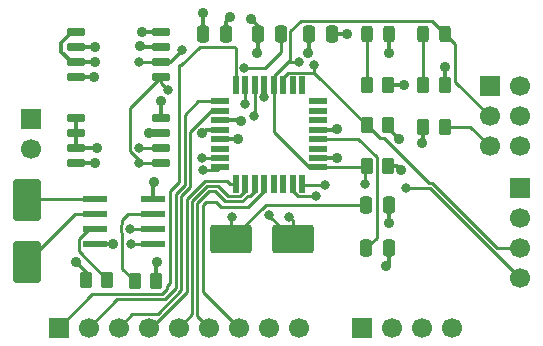
<source format=gtl>
%TF.GenerationSoftware,KiCad,Pcbnew,9.0.5*%
%TF.CreationDate,2025-10-31T12:22:53+09:00*%
%TF.ProjectId,MCU_Datalogger,4d43555f-4461-4746-916c-6f676765722e,1*%
%TF.SameCoordinates,Original*%
%TF.FileFunction,Copper,L1,Top*%
%TF.FilePolarity,Positive*%
%FSLAX46Y46*%
G04 Gerber Fmt 4.6, Leading zero omitted, Abs format (unit mm)*
G04 Created by KiCad (PCBNEW 9.0.5) date 2025-10-31 12:22:53*
%MOMM*%
%LPD*%
G01*
G04 APERTURE LIST*
G04 Aperture macros list*
%AMRoundRect*
0 Rectangle with rounded corners*
0 $1 Rounding radius*
0 $2 $3 $4 $5 $6 $7 $8 $9 X,Y pos of 4 corners*
0 Add a 4 corners polygon primitive as box body*
4,1,4,$2,$3,$4,$5,$6,$7,$8,$9,$2,$3,0*
0 Add four circle primitives for the rounded corners*
1,1,$1+$1,$2,$3*
1,1,$1+$1,$4,$5*
1,1,$1+$1,$6,$7*
1,1,$1+$1,$8,$9*
0 Add four rect primitives between the rounded corners*
20,1,$1+$1,$2,$3,$4,$5,0*
20,1,$1+$1,$4,$5,$6,$7,0*
20,1,$1+$1,$6,$7,$8,$9,0*
20,1,$1+$1,$8,$9,$2,$3,0*%
G04 Aperture macros list end*
%TA.AperFunction,ComponentPad*%
%ADD10R,1.700000X1.700000*%
%TD*%
%TA.AperFunction,ComponentPad*%
%ADD11C,1.700000*%
%TD*%
%TA.AperFunction,SMDPad,CuDef*%
%ADD12RoundRect,0.073750X-0.911250X-0.221250X0.911250X-0.221250X0.911250X0.221250X-0.911250X0.221250X0*%
%TD*%
%TA.AperFunction,SMDPad,CuDef*%
%ADD13RoundRect,0.250000X-0.262500X-0.450000X0.262500X-0.450000X0.262500X0.450000X-0.262500X0.450000X0*%
%TD*%
%TA.AperFunction,SMDPad,CuDef*%
%ADD14RoundRect,0.243750X-0.243750X-0.456250X0.243750X-0.456250X0.243750X0.456250X-0.243750X0.456250X0*%
%TD*%
%TA.AperFunction,SMDPad,CuDef*%
%ADD15RoundRect,0.150000X-0.650000X-0.150000X0.650000X-0.150000X0.650000X0.150000X-0.650000X0.150000X0*%
%TD*%
%TA.AperFunction,SMDPad,CuDef*%
%ADD16RoundRect,0.250000X-0.250000X-0.475000X0.250000X-0.475000X0.250000X0.475000X-0.250000X0.475000X0*%
%TD*%
%TA.AperFunction,SMDPad,CuDef*%
%ADD17RoundRect,0.250000X0.250000X0.475000X-0.250000X0.475000X-0.250000X-0.475000X0.250000X-0.475000X0*%
%TD*%
%TA.AperFunction,SMDPad,CuDef*%
%ADD18RoundRect,0.250000X0.262500X0.450000X-0.262500X0.450000X-0.262500X-0.450000X0.262500X-0.450000X0*%
%TD*%
%TA.AperFunction,SMDPad,CuDef*%
%ADD19RoundRect,0.250001X1.499999X0.949999X-1.499999X0.949999X-1.499999X-0.949999X1.499999X-0.949999X0*%
%TD*%
%TA.AperFunction,SMDPad,CuDef*%
%ADD20RoundRect,0.250001X0.949999X-1.499999X0.949999X1.499999X-0.949999X1.499999X-0.949999X-1.499999X0*%
%TD*%
%TA.AperFunction,SMDPad,CuDef*%
%ADD21RoundRect,0.068750X-0.666250X-0.206250X0.666250X-0.206250X0.666250X0.206250X-0.666250X0.206250X0*%
%TD*%
%TA.AperFunction,SMDPad,CuDef*%
%ADD22RoundRect,0.068750X-0.206250X-0.666250X0.206250X-0.666250X0.206250X0.666250X-0.206250X0.666250X0*%
%TD*%
%TA.AperFunction,ViaPad*%
%ADD23C,0.900000*%
%TD*%
%TA.AperFunction,ViaPad*%
%ADD24C,0.800000*%
%TD*%
%TA.AperFunction,Conductor*%
%ADD25C,0.350000*%
%TD*%
%TA.AperFunction,Conductor*%
%ADD26C,0.250000*%
%TD*%
G04 APERTURE END LIST*
D10*
%TO.P,J3,1,Pin_1*%
%TO.N,GND*%
X169607000Y-86995000D03*
D11*
%TO.P,J3,2,Pin_2*%
%TO.N,/VCC*%
X172147000Y-86995000D03*
%TO.P,J3,3,Pin_3*%
%TO.N,/RX*%
X174687000Y-86995000D03*
%TO.P,J3,4,Pin_4*%
%TO.N,/TX*%
X177227000Y-86995000D03*
%TD*%
D12*
%TO.P,U2,1,X1*%
%TO.N,Net-(U2-X1)*%
X147004000Y-76073000D03*
%TO.P,U2,2,X2*%
%TO.N,Net-(U2-X2)*%
X147004000Y-77343000D03*
%TO.P,U2,3,~{INTA}*%
%TO.N,Net-(U2-~{INTA})*%
X147004000Y-78613000D03*
%TO.P,U2,4,GND*%
%TO.N,GND*%
X147004000Y-79883000D03*
%TO.P,U2,5,SDA*%
%TO.N,/SDA*%
X151954000Y-79883000D03*
%TO.P,U2,6,SCL*%
%TO.N,/SCK*%
X151954000Y-78613000D03*
%TO.P,U2,7,SQW/~INT*%
%TO.N,Net-(U2-SQW{slash}~INT)*%
X151954000Y-77343000D03*
%TO.P,U2,8,VCC*%
%TO.N,/VCC*%
X151954000Y-76073000D03*
%TD*%
D13*
%TO.P,R7,1*%
%TO.N,Net-(D2-K)*%
X170054000Y-66421000D03*
%TO.P,R7,2*%
%TO.N,GND*%
X171879000Y-66421000D03*
%TD*%
D10*
%TO.P,BAT1,1*%
%TO.N,/VCC*%
X141605000Y-69337000D03*
D11*
%TO.P,BAT1,2*%
%TO.N,GND*%
X141605000Y-71877000D03*
%TD*%
D14*
%TO.P,D2,1,K*%
%TO.N,Net-(D2-K)*%
X170049000Y-62103000D03*
%TO.P,D2,2,A*%
%TO.N,/VCC*%
X171924000Y-62103000D03*
%TD*%
D15*
%TO.P,U1,1,A0*%
%TO.N,/VCC*%
X145424000Y-69215000D03*
%TO.P,U1,2,A1*%
X145424000Y-70485000D03*
%TO.P,U1,3,A2*%
X145424000Y-71755000D03*
%TO.P,U1,4,GND*%
%TO.N,GND*%
X145424000Y-73025000D03*
%TO.P,U1,5,SDA*%
%TO.N,/SDA*%
X152624000Y-73025000D03*
%TO.P,U1,6,SCL*%
%TO.N,/SCK*%
X152624000Y-71755000D03*
%TO.P,U1,7,WP*%
%TO.N,GND*%
X152624000Y-70485000D03*
%TO.P,U1,8,VCC*%
%TO.N,/VCC*%
X152624000Y-69215000D03*
%TD*%
D16*
%TO.P,C1,1*%
%TO.N,/VCC*%
X156211000Y-62088000D03*
%TO.P,C1,2*%
%TO.N,GND*%
X158111000Y-62088000D03*
%TD*%
D17*
%TO.P,C2,1*%
%TO.N,GND*%
X171916500Y-76581000D03*
%TO.P,C2,2*%
%TO.N,Net-(U4-PB6)*%
X170016500Y-76581000D03*
%TD*%
D10*
%TO.P,J4,1,Pin_1*%
%TO.N,/MISO*%
X180457000Y-66548000D03*
D11*
%TO.P,J4,2,Pin_2*%
%TO.N,/VCC*%
X182997000Y-66548000D03*
%TO.P,J4,3,Pin_3*%
%TO.N,/SCK*%
X180457000Y-69088000D03*
%TO.P,J4,4,Pin_4*%
%TO.N,/MOSI*%
X182997000Y-69088000D03*
%TO.P,J4,5,Pin_5*%
%TO.N,/RESET*%
X180457000Y-71628000D03*
%TO.P,J4,6,Pin_6*%
%TO.N,GND*%
X182997000Y-71628000D03*
%TD*%
D18*
%TO.P,R4,1*%
%TO.N,/VCC*%
X171879000Y-69850000D03*
%TO.P,R4,2*%
%TO.N,/SDA*%
X170054000Y-69850000D03*
%TD*%
D19*
%TO.P,Y2,1,1*%
%TO.N,Net-(U4-PB7)*%
X163763000Y-79502000D03*
%TO.P,Y2,2,2*%
%TO.N,Net-(U4-PB6)*%
X158563000Y-79502000D03*
%TD*%
D16*
%TO.P,C3,1*%
%TO.N,GND*%
X160849000Y-62088000D03*
%TO.P,C3,2*%
%TO.N,Net-(U4-PB7)*%
X162749000Y-62088000D03*
%TD*%
D10*
%TO.P,J1,1,Pin_1*%
%TO.N,GND*%
X183007000Y-75184000D03*
D11*
%TO.P,J1,2,Pin_2*%
%TO.N,/VCC*%
X183007000Y-77724000D03*
%TO.P,J1,3,Pin_3*%
%TO.N,/SDA*%
X183007000Y-80264000D03*
%TO.P,J1,4,Pin_4*%
%TO.N,/SCK*%
X183007000Y-82804000D03*
%TD*%
D17*
%TO.P,C4,1*%
%TO.N,GND*%
X171916500Y-80264000D03*
%TO.P,C4,2*%
%TO.N,Net-(U4-AREF)*%
X170016500Y-80264000D03*
%TD*%
D16*
%TO.P,C5,1*%
%TO.N,/VCC*%
X165167000Y-62088000D03*
%TO.P,C5,2*%
%TO.N,GND*%
X167067000Y-62088000D03*
%TD*%
D15*
%TO.P,U3,1,A0*%
%TO.N,/VCC*%
X145424000Y-61976000D03*
%TO.P,U3,2,A1*%
%TO.N,GND*%
X145424000Y-63246000D03*
%TO.P,U3,3,A2*%
%TO.N,/VCC*%
X145424000Y-64516000D03*
%TO.P,U3,4,GND*%
%TO.N,GND*%
X145424000Y-65786000D03*
%TO.P,U3,5,SDA*%
%TO.N,/SDA*%
X152624000Y-65786000D03*
%TO.P,U3,6,SCL*%
%TO.N,/SCK*%
X152624000Y-64516000D03*
%TO.P,U3,7,WP*%
%TO.N,GND*%
X152624000Y-63246000D03*
%TO.P,U3,8,VCC*%
%TO.N,/VCC*%
X152624000Y-61976000D03*
%TD*%
D10*
%TO.P,J2,1,Pin_1*%
%TO.N,/D2*%
X143953000Y-86995000D03*
D11*
%TO.P,J2,2,Pin_2*%
%TO.N,/D3*%
X146493000Y-86995000D03*
%TO.P,J2,3,Pin_3*%
%TO.N,/D4*%
X149033000Y-86995000D03*
%TO.P,J2,4,Pin_4*%
%TO.N,/D5*%
X151573000Y-86995000D03*
%TO.P,J2,5,Pin_5*%
%TO.N,/D6*%
X154113000Y-86995000D03*
%TO.P,J2,6,Pin_6*%
%TO.N,/D7*%
X156653000Y-86995000D03*
%TO.P,J2,7,Pin_7*%
%TO.N,/D8*%
X159193000Y-86995000D03*
%TO.P,J2,8,Pin_8*%
%TO.N,GND*%
X161733000Y-86995000D03*
%TO.P,J2,9,Pin_9*%
%TO.N,/VCC*%
X164273000Y-86995000D03*
%TD*%
D14*
%TO.P,D1,1,K*%
%TO.N,Net-(D1-K)*%
X174827000Y-62103000D03*
%TO.P,D1,2,A*%
%TO.N,/SCK*%
X176702000Y-62103000D03*
%TD*%
D20*
%TO.P,Y1,1,1*%
%TO.N,Net-(U2-X2)*%
X141286000Y-81407000D03*
%TO.P,Y1,2,2*%
%TO.N,Net-(U2-X1)*%
X141286000Y-76207000D03*
%TD*%
D13*
%TO.P,R6,1*%
%TO.N,/VCC*%
X174832000Y-69977000D03*
%TO.P,R6,2*%
%TO.N,/RESET*%
X176657000Y-69977000D03*
%TD*%
%TO.P,R1,1*%
%TO.N,/VCC*%
X146239000Y-82931000D03*
%TO.P,R1,2*%
%TO.N,Net-(U2-~{INTA})*%
X148064000Y-82931000D03*
%TD*%
D18*
%TO.P,R2,1*%
%TO.N,/VCC*%
X152208000Y-83058000D03*
%TO.P,R2,2*%
%TO.N,Net-(U2-SQW{slash}~INT)*%
X150383000Y-83058000D03*
%TD*%
%TO.P,R3,1*%
%TO.N,/VCC*%
X171879000Y-73279000D03*
%TO.P,R3,2*%
%TO.N,/SCK*%
X170054000Y-73279000D03*
%TD*%
%TO.P,R5,1*%
%TO.N,GND*%
X176657000Y-66421000D03*
%TO.P,R5,2*%
%TO.N,Net-(D1-K)*%
X174832000Y-66421000D03*
%TD*%
D21*
%TO.P,U4,1,PD3*%
%TO.N,/D3*%
X157589500Y-67826000D03*
%TO.P,U4,2,PD4*%
%TO.N,/D4*%
X157589500Y-68626000D03*
%TO.P,U4,3,GND*%
%TO.N,GND*%
X157589500Y-69426000D03*
%TO.P,U4,4,VCC*%
%TO.N,/VCC*%
X157589500Y-70226000D03*
%TO.P,U4,5,GND*%
%TO.N,GND*%
X157589500Y-71026000D03*
%TO.P,U4,6,VCC*%
%TO.N,unconnected-(U4-VCC-Pad6)*%
X157589500Y-71826000D03*
%TO.P,U4,7,PB6*%
%TO.N,Net-(U4-PB6)*%
X157589500Y-72626000D03*
%TO.P,U4,8,PB7*%
%TO.N,Net-(U4-PB7)*%
X157589500Y-73426000D03*
D22*
%TO.P,U4,9,PD5*%
%TO.N,/D5*%
X158959500Y-74796000D03*
%TO.P,U4,10,PD6*%
%TO.N,/D6*%
X159759500Y-74796000D03*
%TO.P,U4,11,PD7*%
%TO.N,/D7*%
X160559500Y-74796000D03*
%TO.P,U4,12,PB0*%
%TO.N,/D8*%
X161359500Y-74796000D03*
%TO.P,U4,13,PB1*%
%TO.N,unconnected-(U4-PB1-Pad13)*%
X162159500Y-74796000D03*
%TO.P,U4,14,PB2*%
%TO.N,unconnected-(U4-PB2-Pad14)*%
X162959500Y-74796000D03*
%TO.P,U4,15,PB3*%
%TO.N,/MOSI*%
X163759500Y-74796000D03*
%TO.P,U4,16,PB4*%
%TO.N,/MISO*%
X164559500Y-74796000D03*
D21*
%TO.P,U4,17,PB5*%
%TO.N,/SCK*%
X165929500Y-73426000D03*
%TO.P,U4,18,AVCC*%
%TO.N,/VCC*%
X165929500Y-72626000D03*
%TO.P,U4,19,ADC6*%
%TO.N,unconnected-(U4-ADC6-Pad19)*%
X165929500Y-71826000D03*
%TO.P,U4,20,AREF*%
%TO.N,Net-(U4-AREF)*%
X165929500Y-71026000D03*
%TO.P,U4,21,GND*%
%TO.N,GND*%
X165929500Y-70226000D03*
%TO.P,U4,22,ADC7*%
%TO.N,unconnected-(U4-ADC7-Pad22)*%
X165929500Y-69426000D03*
%TO.P,U4,23,PC0*%
%TO.N,unconnected-(U4-PC0-Pad23)*%
X165929500Y-68626000D03*
%TO.P,U4,24,PC1*%
%TO.N,unconnected-(U4-PC1-Pad24)*%
X165929500Y-67826000D03*
D22*
%TO.P,U4,25,PC2*%
%TO.N,unconnected-(U4-PC2-Pad25)*%
X164559500Y-66456000D03*
%TO.P,U4,26,PC3*%
%TO.N,unconnected-(U4-PC3-Pad26)*%
X163759500Y-66456000D03*
%TO.P,U4,27,PC4*%
%TO.N,/SDA*%
X162959500Y-66456000D03*
%TO.P,U4,28,PC5*%
%TO.N,/SCK*%
X162159500Y-66456000D03*
%TO.P,U4,29,PC6/~{RESET}*%
%TO.N,/RESET*%
X161359500Y-66456000D03*
%TO.P,U4,30,PD0*%
%TO.N,/RX*%
X160559500Y-66456000D03*
%TO.P,U4,31,PD1*%
%TO.N,/TX*%
X159759500Y-66456000D03*
%TO.P,U4,32,PD2*%
%TO.N,/D2*%
X158959500Y-66456000D03*
%TD*%
D23*
%TO.N,GND*%
X147066000Y-63246000D03*
X171704000Y-81788000D03*
X158496000Y-60706000D03*
X148527000Y-79883000D03*
X147066000Y-73025000D03*
X176657000Y-64897000D03*
X159385000Y-69469000D03*
X150876000Y-63119000D03*
X167513000Y-70201000D03*
X171958000Y-78168000D03*
X168402000Y-62103000D03*
X160274000Y-60833000D03*
X151574000Y-70485000D03*
X159131000Y-70993000D03*
X160782000Y-63754000D03*
X173228000Y-66421000D03*
X146939000Y-65786000D03*
%TO.N,/VCC*%
X147193000Y-71755000D03*
X147066000Y-64516000D03*
X145414986Y-81448713D03*
X165100000Y-63754000D03*
X156210000Y-60386000D03*
X171958000Y-63754000D03*
X152019000Y-74676000D03*
X152654000Y-67818000D03*
X156122614Y-70524614D03*
X174752000Y-71374000D03*
X172795364Y-71044636D03*
X172974000Y-73660000D03*
X151003000Y-61976000D03*
X167513000Y-72601000D03*
X152273000Y-81407000D03*
D24*
%TO.N,Net-(U4-PB6)*%
X158623000Y-77597000D03*
X156083000Y-72644000D03*
%TO.N,Net-(U4-PB7)*%
X161798000Y-77470000D03*
X163449000Y-77597000D03*
X156173000Y-73660000D03*
X159684500Y-65024000D03*
%TO.N,/SCK*%
X150749000Y-64516000D03*
X154432000Y-63500000D03*
X164322181Y-64531819D03*
X173355000Y-75184000D03*
X169926000Y-74803000D03*
X150749000Y-71755000D03*
X149987000Y-78613000D03*
%TO.N,/SDA*%
X165608000Y-64770000D03*
X150749000Y-73025000D03*
X150114000Y-79883000D03*
X153199754Y-66862930D03*
%TO.N,/TX*%
X159766000Y-68072000D03*
%TO.N,/RX*%
X160528000Y-69088000D03*
%TO.N,/MISO*%
X166497000Y-74930000D03*
%TO.N,/MOSI*%
X165735000Y-75819000D03*
%TO.N,/RESET*%
X161384085Y-67474001D03*
%TD*%
D25*
%TO.N,GND*%
X165929500Y-70226000D02*
X167488000Y-70226000D01*
X145424000Y-73025000D02*
X147066000Y-73025000D01*
X145424000Y-63246000D02*
X147066000Y-63246000D01*
X152624000Y-70485000D02*
X151574000Y-70485000D01*
X171916500Y-76581000D02*
X171916500Y-78126500D01*
X145424000Y-65786000D02*
X146939000Y-65786000D01*
X157589500Y-71026000D02*
X159098000Y-71026000D01*
X151003000Y-63246000D02*
X150876000Y-63119000D01*
X171916500Y-81575500D02*
X171704000Y-81788000D01*
X158111000Y-62088000D02*
X158111000Y-61091000D01*
X159098000Y-71026000D02*
X159131000Y-70993000D01*
X158111000Y-61091000D02*
X158496000Y-60706000D01*
X171916500Y-80264000D02*
X171916500Y-81575500D01*
X167067000Y-62088000D02*
X168387000Y-62088000D01*
X167488000Y-70226000D02*
X167513000Y-70201000D01*
X171879000Y-66421000D02*
X173228000Y-66421000D01*
X168387000Y-62088000D02*
X168402000Y-62103000D01*
X176657000Y-66421000D02*
X176657000Y-64897000D01*
X160849000Y-62088000D02*
X160849000Y-61408000D01*
X159342000Y-69426000D02*
X159385000Y-69469000D01*
X157589500Y-69426000D02*
X159342000Y-69426000D01*
X152624000Y-63246000D02*
X151003000Y-63246000D01*
X171916500Y-78126500D02*
X171958000Y-78168000D01*
X160849000Y-63687000D02*
X160782000Y-63754000D01*
X160849000Y-62088000D02*
X160849000Y-63687000D01*
X147004000Y-79883000D02*
X148527000Y-79883000D01*
X160849000Y-61408000D02*
X160274000Y-60833000D01*
%TO.N,/VCC*%
X152624000Y-67848000D02*
X152654000Y-67818000D01*
X152624000Y-61976000D02*
X151003000Y-61976000D01*
X165929500Y-72626000D02*
X167488000Y-72626000D01*
X167488000Y-72626000D02*
X167513000Y-72601000D01*
X146239000Y-82272727D02*
X145414986Y-81448713D01*
X146239000Y-82931000D02*
X146239000Y-82272727D01*
X171924000Y-62103000D02*
X171924000Y-63720000D01*
X171879000Y-70128272D02*
X172795364Y-71044636D01*
X152208000Y-83058000D02*
X152208000Y-81472000D01*
X145075256Y-61976000D02*
X144198000Y-62853256D01*
X157589500Y-70226000D02*
X156421228Y-70226000D01*
X145424000Y-61976000D02*
X145075256Y-61976000D01*
X165167000Y-63687000D02*
X165100000Y-63754000D01*
X171924000Y-63720000D02*
X171958000Y-63754000D01*
X156211000Y-62088000D02*
X156211000Y-60387000D01*
X174832000Y-71294000D02*
X174752000Y-71374000D01*
X145424000Y-69215000D02*
X145424000Y-70485000D01*
X152208000Y-81472000D02*
X152273000Y-81407000D01*
X174832000Y-69977000D02*
X174832000Y-71294000D01*
X172593000Y-73279000D02*
X172974000Y-73660000D01*
X145424000Y-71755000D02*
X147193000Y-71755000D01*
X144198000Y-63638744D02*
X145075256Y-64516000D01*
X145424000Y-70485000D02*
X145424000Y-71755000D01*
X171879000Y-69850000D02*
X171879000Y-70128272D01*
X151954000Y-76073000D02*
X151954000Y-74741000D01*
X151954000Y-74741000D02*
X152019000Y-74676000D01*
X171879000Y-73279000D02*
X172593000Y-73279000D01*
X145424000Y-64516000D02*
X147066000Y-64516000D01*
X165167000Y-62088000D02*
X165167000Y-63687000D01*
X145075256Y-64516000D02*
X145424000Y-64516000D01*
X144198000Y-62853256D02*
X144198000Y-63638744D01*
X152624000Y-69215000D02*
X152624000Y-67848000D01*
X156421228Y-70226000D02*
X156122614Y-70524614D01*
X156211000Y-60387000D02*
X156210000Y-60386000D01*
D26*
%TO.N,Net-(U4-PB6)*%
X158563000Y-79502000D02*
X158563000Y-77657000D01*
X157571500Y-72644000D02*
X157589500Y-72626000D01*
X170016500Y-76581000D02*
X161484000Y-76581000D01*
X161484000Y-76581000D02*
X158563000Y-79502000D01*
X156083000Y-72644000D02*
X157571500Y-72644000D01*
X158563000Y-77657000D02*
X158623000Y-77597000D01*
%TO.N,Net-(U4-PB7)*%
X161798000Y-77537000D02*
X161798000Y-77470000D01*
X161417000Y-65024000D02*
X162749000Y-63692000D01*
X159684500Y-65024000D02*
X161417000Y-65024000D01*
X157355500Y-73660000D02*
X157589500Y-73426000D01*
X162749000Y-63692000D02*
X162749000Y-62088000D01*
X156173000Y-73660000D02*
X157355500Y-73660000D01*
X163763000Y-79502000D02*
X163763000Y-77911000D01*
X163763000Y-79502000D02*
X161798000Y-77537000D01*
X163763000Y-77911000D02*
X163449000Y-77597000D01*
%TO.N,Net-(U4-AREF)*%
X170892500Y-79388000D02*
X170892500Y-72583486D01*
X170016500Y-80264000D02*
X170892500Y-79388000D01*
X170892500Y-72583486D02*
X169335014Y-71026000D01*
X169335014Y-71026000D02*
X165929500Y-71026000D01*
%TO.N,/SCK*%
X162159500Y-65721000D02*
X162159500Y-66456000D01*
X162159500Y-70391000D02*
X165194500Y-73426000D01*
X165194500Y-73426000D02*
X165929500Y-73426000D01*
X152624000Y-64516000D02*
X153416000Y-64516000D01*
X176702000Y-62103000D02*
X175586000Y-60987000D01*
X165929500Y-73426000D02*
X169907000Y-73426000D01*
X162159500Y-66456000D02*
X162159500Y-70391000D01*
X175586000Y-60987000D02*
X164438000Y-60987000D01*
X177545500Y-62946500D02*
X177545500Y-66176500D01*
X164322181Y-64531819D02*
X163348681Y-64531819D01*
X176702000Y-62103000D02*
X177545500Y-62946500D01*
X169926000Y-74803000D02*
X169926000Y-73407000D01*
X150749000Y-71755000D02*
X152624000Y-71755000D01*
X169926000Y-73407000D02*
X170054000Y-73279000D01*
X183007000Y-82804000D02*
X175387000Y-75184000D01*
X163575000Y-61850000D02*
X163575000Y-64305500D01*
X164438000Y-60987000D02*
X163575000Y-61850000D01*
X175387000Y-75184000D02*
X173355000Y-75184000D01*
X177545500Y-66176500D02*
X180457000Y-69088000D01*
X163348681Y-64531819D02*
X162159500Y-65721000D01*
X169907000Y-73426000D02*
X170054000Y-73279000D01*
X150749000Y-64516000D02*
X152624000Y-64516000D01*
X153416000Y-64516000D02*
X154432000Y-63500000D01*
X163575000Y-64305500D02*
X163348681Y-64531819D01*
X151954000Y-78613000D02*
X149987000Y-78613000D01*
%TO.N,Net-(D1-K)*%
X174832000Y-62108000D02*
X174827000Y-62103000D01*
X174832000Y-66421000D02*
X174832000Y-62108000D01*
%TO.N,Net-(D2-K)*%
X170049000Y-62103000D02*
X170049000Y-66416000D01*
X170049000Y-66416000D02*
X170054000Y-66421000D01*
%TO.N,/SDA*%
X175317000Y-74733000D02*
X171510000Y-70926000D01*
X170307000Y-69850000D02*
X170054000Y-69850000D01*
X181104810Y-80264000D02*
X175573810Y-74733000D01*
X150992280Y-73025000D02*
X150023000Y-72055720D01*
X152624000Y-65786000D02*
X152624000Y-66287176D01*
X150023000Y-72055720D02*
X150023000Y-68387000D01*
X175573810Y-74733000D02*
X175317000Y-74733000D01*
X165608000Y-64770000D02*
X165608000Y-65404000D01*
X150023000Y-68387000D02*
X152624000Y-65786000D01*
X171130000Y-70926000D02*
X170054000Y-69850000D01*
X162959500Y-65823334D02*
X163387834Y-65395000D01*
X151954000Y-79883000D02*
X150114000Y-79883000D01*
X162959500Y-66456000D02*
X162959500Y-65823334D01*
X163387834Y-65395000D02*
X165599000Y-65395000D01*
X183007000Y-80264000D02*
X181104810Y-80264000D01*
X150749000Y-73025000D02*
X152624000Y-73025000D01*
X165599000Y-65395000D02*
X165608000Y-65404000D01*
X152624000Y-73025000D02*
X150992280Y-73025000D01*
X165608000Y-65404000D02*
X170054000Y-69850000D01*
X152624000Y-66287176D02*
X153199754Y-66862930D01*
X171510000Y-70926000D02*
X171130000Y-70926000D01*
%TO.N,/D4*%
X155080000Y-70400500D02*
X155080000Y-75116810D01*
X155080000Y-75116810D02*
X154341405Y-75855405D01*
X154341405Y-75855405D02*
X154341405Y-83804941D01*
X154341405Y-83804941D02*
X152327346Y-85819000D01*
X150209000Y-85819000D02*
X149033000Y-86995000D01*
X152327346Y-85819000D02*
X150209000Y-85819000D01*
X157589500Y-68626000D02*
X156854500Y-68626000D01*
X156854500Y-68626000D02*
X155080000Y-70400500D01*
%TO.N,/D7*%
X160131166Y-75857000D02*
X160559500Y-75428666D01*
X158077797Y-76308000D02*
X159517976Y-76308000D01*
X156653000Y-86995000D02*
X155694405Y-86036405D01*
X155694405Y-76446620D02*
X156690025Y-75451000D01*
X157220797Y-75451000D02*
X158077797Y-76308000D01*
X155694405Y-86036405D02*
X155694405Y-76446620D01*
X159517976Y-76308000D02*
X159968976Y-75857000D01*
X156690025Y-75451000D02*
X157220797Y-75451000D01*
X160559500Y-75428666D02*
X160559500Y-74796000D01*
X159968976Y-75857000D02*
X160131166Y-75857000D01*
%TO.N,/D2*%
X153416000Y-75438000D02*
X154178000Y-74676000D01*
X153162000Y-83439000D02*
X153416000Y-83185000D01*
X152736726Y-84134000D02*
X153162000Y-83708726D01*
X155886000Y-63189000D02*
X158820000Y-63189000D01*
X143953000Y-86995000D02*
X146814000Y-84134000D01*
X153162000Y-83708726D02*
X153162000Y-83439000D01*
X158820000Y-63189000D02*
X158959500Y-63328500D01*
X153416000Y-83185000D02*
X153416000Y-75438000D01*
X154305000Y-64770000D02*
X155886000Y-63189000D01*
X154178000Y-74676000D02*
X154178000Y-64770000D01*
X154178000Y-64770000D02*
X154305000Y-64770000D01*
X158959500Y-63328500D02*
X158959500Y-66456000D01*
X146814000Y-84134000D02*
X152736726Y-84134000D01*
%TO.N,/D6*%
X159331166Y-75857000D02*
X158264607Y-75857000D01*
X159759500Y-74796000D02*
X159759500Y-75428666D01*
X157407607Y-75000000D02*
X156503215Y-75000000D01*
X155243405Y-76259810D02*
X155243405Y-85864595D01*
X156503215Y-75000000D02*
X155243405Y-76259810D01*
X155243405Y-85864595D02*
X154113000Y-86995000D01*
X158264607Y-75857000D02*
X157407607Y-75000000D01*
X159759500Y-75428666D02*
X159331166Y-75857000D01*
%TO.N,/D8*%
X161359500Y-75428666D02*
X161359500Y-74796000D01*
X157301835Y-76327000D02*
X157733835Y-76759000D01*
X157733835Y-76759000D02*
X160029166Y-76759000D01*
X156145405Y-83947405D02*
X156145405Y-76633430D01*
X156451835Y-76327000D02*
X157301835Y-76327000D01*
X159193000Y-86995000D02*
X156145405Y-83947405D01*
X160029166Y-76759000D02*
X161359500Y-75428666D01*
X156145405Y-76633430D02*
X156451835Y-76327000D01*
%TO.N,/D5*%
X158489000Y-74796000D02*
X158959500Y-74796000D01*
X156316405Y-74549000D02*
X158242000Y-74549000D01*
X158242000Y-74549000D02*
X158489000Y-74796000D01*
X154792405Y-83991751D02*
X154792405Y-76073000D01*
X151573000Y-86995000D02*
X151789156Y-86995000D01*
X154792405Y-76073000D02*
X156316405Y-74549000D01*
X151789156Y-86995000D02*
X154792405Y-83991751D01*
%TO.N,/D3*%
X153867000Y-83641536D02*
X153867000Y-75692000D01*
X152923536Y-84585000D02*
X153867000Y-83641536D01*
X148903000Y-84585000D02*
X152923536Y-84585000D01*
X154629000Y-68961000D02*
X155764000Y-67826000D01*
X154629000Y-74930000D02*
X154629000Y-68961000D01*
X146493000Y-86995000D02*
X148903000Y-84585000D01*
X155764000Y-67826000D02*
X157589500Y-67826000D01*
X153867000Y-75692000D02*
X154629000Y-74930000D01*
%TO.N,/TX*%
X159759500Y-68065500D02*
X159766000Y-68072000D01*
X159759500Y-66456000D02*
X159759500Y-68065500D01*
%TO.N,/RX*%
X160559500Y-66456000D02*
X160559500Y-69056500D01*
X160559500Y-69056500D02*
X160528000Y-69088000D01*
%TO.N,/MISO*%
X164693500Y-74930000D02*
X164559500Y-74796000D01*
X166497000Y-74930000D02*
X164693500Y-74930000D01*
%TO.N,/MOSI*%
X165697000Y-75857000D02*
X164187834Y-75857000D01*
X165735000Y-75819000D02*
X165697000Y-75857000D01*
X164187834Y-75857000D02*
X163759500Y-75428666D01*
X163759500Y-75428666D02*
X163759500Y-74796000D01*
%TO.N,/RESET*%
X161359500Y-67449416D02*
X161384085Y-67474001D01*
X161359500Y-66456000D02*
X161359500Y-67449416D01*
X176657000Y-69977000D02*
X178806000Y-69977000D01*
X178806000Y-69977000D02*
X180457000Y-71628000D01*
%TO.N,Net-(U2-~{INTA})*%
X148064000Y-82931000D02*
X145643000Y-80510000D01*
X146503414Y-78613000D02*
X147004000Y-78613000D01*
X145643000Y-79473414D02*
X146503414Y-78613000D01*
X145643000Y-80510000D02*
X145643000Y-79473414D01*
%TO.N,Net-(U2-SQW{slash}~INT)*%
X149261000Y-78312280D02*
X149352000Y-78221280D01*
X149352000Y-78221280D02*
X149352000Y-77851000D01*
X149352000Y-77851000D02*
X149860000Y-77343000D01*
X149352000Y-79004720D02*
X149261000Y-78913720D01*
X150383000Y-83058000D02*
X149352000Y-82027000D01*
X149860000Y-77343000D02*
X151954000Y-77343000D01*
X149352000Y-82027000D02*
X149352000Y-79004720D01*
X149261000Y-78913720D02*
X149261000Y-78312280D01*
%TO.N,Net-(U2-X1)*%
X141420000Y-76073000D02*
X141286000Y-76207000D01*
X147004000Y-76073000D02*
X141420000Y-76073000D01*
%TO.N,Net-(U2-X2)*%
X145350000Y-77343000D02*
X141286000Y-81407000D01*
X147004000Y-77343000D02*
X145350000Y-77343000D01*
%TD*%
M02*

</source>
